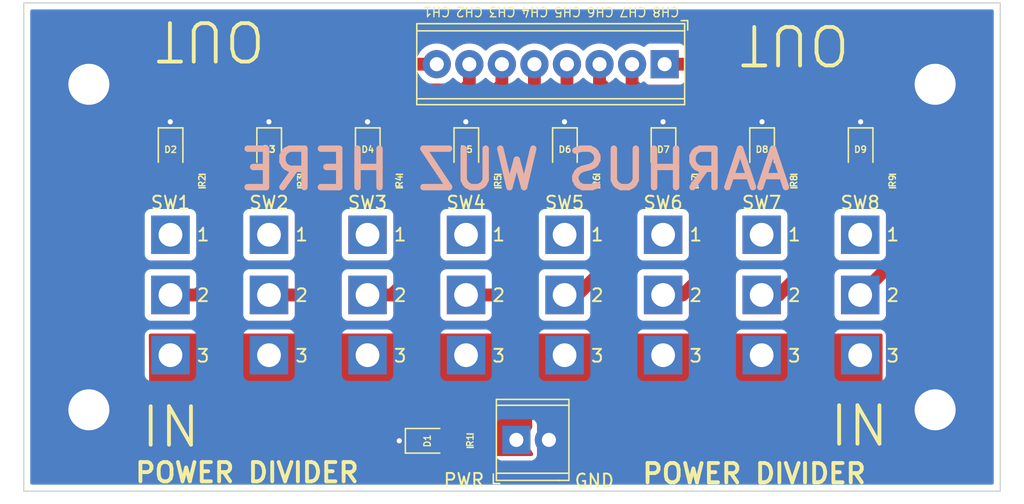
<source format=kicad_pcb>
(kicad_pcb (version 20211014) (generator pcbnew)
  (layers (0 "F.Cu" signal) (31 "B.Cu" power) (34 "B.Paste" user) (35 "F.Paste" user) (36 "B.SilkS" user "B.Silkscreen") (37 "F.SilkS" user "F.Silkscreen") (38 "B.Mask" user) (39 "F.Mask" user) (44 "Edge.Cuts" user))
  (net 0 "")
  (net 1 "OUT1")
  (net 2 "Net-(D1-Pad2)")
  (net 3 "OUT2")
  (net 4 "Net-(D3-Pad2)")
  (net 5 "OUT3")
  (net 6 "Net-(D5-Pad2)")
  (net 7 "OUT4")
  (net 8 "Net-(D2-Pad2)")
  (net 9 "POW IN")
  (net 10 "GND")
  (net 11 "Net-(D4-Pad2)")
  (net 12 "Net-(D6-Pad2)")
  (net 13 "Net-(D7-Pad2)")
  (net 14 "Net-(D8-Pad2)")
  (net 15 "Net-(D9-Pad2)")
  (net 16 "OUT8")
  (net 17 "OUT7")
  (net 18 "OUT6")
  (net 19 "OUT5")
  (footprint "E_Switch:100SP1T1B1M2QEH" (layer "F.Cu") (at 44.536342 43.49)
    (fp_text reference "SW2" (at 0 -2.5 unlocked) (layer "F.SilkS"))
    (fp_text value "SW_SPDT")
    (fp_text user "1" (at 2.55 0 unlocked) (layer "F.SilkS"))
    (fp_text user "2" (at 2.55 4.725 unlocked) (layer "F.SilkS"))
    (fp_text user "3" (at 2.55 9.45 unlocked) (layer "F.SilkS"))
    (pad "1" thru_hole rect (at 0 0) (size 3 3) (drill 1.85) (layers *.Cu *.Mask))
    (pad "2" thru_hole rect (at 0 4.7) (size 3 3) (drill 1.85) (layers *.Cu *.Mask) (net 3 "OUT2"))
    (pad "3" thru_hole rect (at 0 9.4) (size 3 3) (drill 1.85) (layers *.Cu *.Mask) (net 9 "POW IN"))
  )
  (footprint "E_Switch:100SP1T1B1M2QEH" (layer "F.Cu") (at 75.29211 43.49)
    (fp_text reference "SW6" (at 0 -2.5 unlocked) (layer "F.SilkS"))
    (fp_text value "SW_SPDT")
    (fp_text user "3" (at 2.55 9.45 unlocked) (layer "F.SilkS"))
    (fp_text user "1" (at 2.55 0 unlocked) (layer "F.SilkS"))
    (fp_text user "2" (at 2.55 4.725 unlocked) (layer "F.SilkS"))
    (pad "1" thru_hole rect (at 0 0) (size 3 3) (drill 1.85) (layers *.Cu *.Mask))
    (pad "2" thru_hole rect (at 0 4.7) (size 3 3) (drill 1.85) (layers *.Cu *.Mask) (net 18 "OUT6"))
    (pad "3" thru_hole rect (at 0 9.4) (size 3 3) (drill 1.85) (layers *.Cu *.Mask) (net 9 "POW IN"))
  )
  (footprint "LED_SMD:LED_0805_2012Metric" (layer "F.Cu") (at 59.935997 36.8362 -90)
    (fp_text reference "D5" (at 0 0) (layer "F.SilkS") (effects (font (size 0.5 0.5) (thickness 0.1))))
    (fp_text value "LED")
    (fp_line (start -1.685 -0.96) (end -1.685 0.96) (layer "F.SilkS") (width 0.12))
    (fp_line (start 1 -0.96) (end -1.685 -0.96) (layer "F.SilkS") (width 0.12))
    (fp_line (start -1.685 0.96) (end 1 0.96) (layer "F.SilkS") (width 0.12))
    (pad "1" smd roundrect (at -0.9375 0 270) (size 0.975 1.4) (layers "F.Cu" "F.Paste" "F.Mask") (net 10 "GND"))
    (pad "2" smd roundrect (at 0.9375 0 270) (size 0.975 1.4) (layers "F.Cu" "F.Paste" "F.Mask") (net 6 "Net-(D5-Pad2)"))
  )
  (footprint "Resistor_SMD:R_0603_1608Metric" (layer "F.Cu") (at 93.195484 39.3)
    (fp_text reference "R9" (at -0.0032 0 -90) (layer "F.SilkS") (effects (font (size 0.5 0.5) (thickness 0.1))))
    (fp_text value "8K")
    (fp_line (start -0.237258 -0.5225) (end 0.237258 -0.5225) (layer "F.SilkS") (width 0.12))
    (fp_line (start -0.237258 0.5225) (end 0.237258 0.5225) (layer "F.SilkS") (width 0.12))
    (pad "1" smd roundrect (at -0.825 0) (size 0.8 0.95) (layers "F.Cu" "F.Paste" "F.Mask") (net 15 "Net-(D9-Pad2)"))
    (pad "2" smd roundrect (at 0.825 0) (size 0.8 0.95) (layers "F.Cu" "F.Paste" "F.Mask") (net 16 "OUT8"))
  )
  (footprint "E_Switch:100SP1T1B1M2QEH" (layer "F.Cu") (at 52.225284 43.49)
    (fp_text reference "SW3" (at 0 -2.5 unlocked) (layer "F.SilkS"))
    (fp_text value "SW_SPDT")
    (fp_text user "3" (at 2.55 9.45 unlocked) (layer "F.SilkS"))
    (fp_text user "1" (at 2.55 0 unlocked) (layer "F.SilkS"))
    (fp_text user "2" (at 2.55 4.725 unlocked) (layer "F.SilkS"))
    (pad "1" thru_hole rect (at 0 0) (size 3 3) (drill 1.85) (layers *.Cu *.Mask))
    (pad "2" thru_hole rect (at 0 4.7) (size 3 3) (drill 1.85) (layers *.Cu *.Mask) (net 5 "OUT3"))
    (pad "3" thru_hole rect (at 0 9.4) (size 3 3) (drill 1.85) (layers *.Cu *.Mask) (net 9 "POW IN"))
  )
  (footprint "LED_SMD:LED_0805_2012Metric" (layer "F.Cu") (at 83.01371 36.8362 -90)
    (fp_text reference "D8" (at 0 0.0064) (layer "F.SilkS") (effects (font (size 0.5 0.5) (thickness 0.1))))
    (fp_text value "LED")
    (fp_line (start 1 -0.96) (end -1.685 -0.96) (layer "F.SilkS") (width 0.12))
    (fp_line (start -1.685 0.96) (end 1 0.96) (layer "F.SilkS") (width 0.12))
    (fp_line (start -1.685 -0.96) (end -1.685 0.96) (layer "F.SilkS") (width 0.12))
    (pad "1" smd roundrect (at -0.9375 0 270) (size 0.975 1.4) (layers "F.Cu" "F.Paste" "F.Mask") (net 10 "GND"))
    (pad "2" smd roundrect (at 0.9375 0 270) (size 0.975 1.4) (layers "F.Cu" "F.Paste" "F.Mask") (net 14 "Net-(D8-Pad2)"))
  )
  (footprint "E_Switch:100SP1T1B1M2QEH" (layer "F.Cu") (at 36.8474 43.49)
    (fp_text reference "SW1" (at 0 -2.5 unlocked) (layer "F.SilkS"))
    (fp_text value "SW_SPDT")
    (fp_text user "3" (at 2.55 9.45 unlocked) (layer "F.SilkS"))
    (fp_text user "1" (at 2.55 0 unlocked) (layer "F.SilkS"))
    (fp_text user "2" (at 2.55 4.725 unlocked) (layer "F.SilkS"))
    (pad "1" thru_hole rect (at 0 0) (size 3 3) (drill 1.85) (layers *.Cu *.Mask))
    (pad "2" thru_hole rect (at 0 4.7) (size 3 3) (drill 1.85) (layers *.Cu *.Mask) (net 1 "OUT1"))
    (pad "3" thru_hole rect (at 0 9.4) (size 3 3) (drill 1.85) (layers *.Cu *.Mask) (net 9 "POW IN"))
  )
  (footprint "Resistor_SMD:R_0603_1608Metric" (layer "F.Cu") (at 77.803084 39.3)
    (fp_text reference "R7" (at -0.0032 0.0046 -90) (layer "F.SilkS") (effects (font (size 0.5 0.5) (thickness 0.1))))
    (fp_text value "8K")
    (fp_line (start -0.237258 0.5225) (end 0.237258 0.5225) (layer "F.SilkS") (width 0.12))
    (fp_line (start -0.237258 -0.5225) (end 0.237258 -0.5225) (layer "F.SilkS") (width 0.12))
    (pad "1" smd roundrect (at -0.825 0) (size 0.8 0.95) (layers "F.Cu" "F.Paste" "F.Mask") (net 13 "Net-(D7-Pad2)"))
    (pad "2" smd roundrect (at 0.825 0) (size 0.8 0.95) (layers "F.Cu" "F.Paste" "F.Mask") (net 18 "OUT6"))
  )
  (footprint "Resistor_SMD:R_0603_1608Metric" (layer "F.Cu") (at 62.410684 39.3)
    (fp_text reference "R5" (at 0 -0.005 -90) (layer "F.SilkS") (effects (font (size 0.5 0.5) (thickness 0.1))))
    (fp_text value "8K")
    (fp_line (start -0.237258 0.5225) (end 0.237258 0.5225) (layer "F.SilkS") (width 0.12))
    (fp_line (start -0.237258 -0.5225) (end 0.237258 -0.5225) (layer "F.SilkS") (width 0.12))
    (pad "1" smd roundrect (at -0.825 0) (size 0.8 0.95) (layers "F.Cu" "F.Paste" "F.Mask") (net 6 "Net-(D5-Pad2)"))
    (pad "2" smd roundrect (at 0.825 0) (size 0.8 0.95) (layers "F.Cu" "F.Paste" "F.Mask") (net 7 "OUT4"))
  )
  (footprint "Resistor_SMD:R_0603_1608Metric" (layer "F.Cu") (at 47.018284 39.3)
    (fp_text reference "R3" (at 0.02 0.01 90) (layer "F.SilkS") (effects (font (size 0.5 0.5) (thickness 0.1))))
    (fp_text value "8K")
    (fp_line (start -0.237258 -0.5225) (end 0.237258 -0.5225) (layer "F.SilkS") (width 0.12))
    (fp_line (start -0.237258 0.5225) (end 0.237258 0.5225) (layer "F.SilkS") (width 0.12))
    (pad "1" smd roundrect (at -0.825 0) (size 0.8 0.95) (layers "F.Cu" "F.Paste" "F.Mask") (net 4 "Net-(D3-Pad2)"))
    (pad "2" smd roundrect (at 0.825 0) (size 0.8 0.95) (layers "F.Cu" "F.Paste" "F.Mask") (net 3 "OUT2"))
  )
  (footprint "LED_SMD:LED_0805_2012Metric" (layer "F.Cu") (at 44.550855 36.8362 -90)
    (fp_text reference "D3" (at -0.01 0.01) (layer "F.SilkS") (effects (font (size 0.5 0.5))))
    (fp_text value "LED")
    (fp_line (start -1.685 0.96) (end 1 0.96) (layer "F.SilkS") (width 0.12))
    (fp_line (start 1 -0.96) (end -1.685 -0.96) (layer "F.SilkS") (width 0.12))
    (fp_line (start -1.685 -0.96) (end -1.685 0.96) (layer "F.SilkS") (width 0.12))
    (pad "1" smd roundrect (at -0.9375 0 270) (size 0.975 1.4) (layers "F.Cu" "F.Paste" "F.Mask") (net 10 "GND"))
    (pad "2" smd roundrect (at 0.9375 0 270) (size 0.975 1.4) (layers "F.Cu" "F.Paste" "F.Mask") (net 4 "Net-(D3-Pad2)"))
  )
  (footprint "Resistor_SMD:R_0603_1608Metric" (layer "F.Cu") (at 54.714484 39.3)
    (fp_text reference "R4" (at -0.005 0.0254 90) (layer "F.SilkS") (effects (font (size 0.5 0.5) (thickness 0.1))))
    (fp_text value "8K")
    (fp_line (start -0.237258 0.5225) (end 0.237258 0.5225) (layer "F.SilkS") (width 0.12))
    (fp_line (start -0.237258 -0.5225) (end 0.237258 -0.5225) (layer "F.SilkS") (width 0.12))
    (pad "1" smd roundrect (at -0.825 0) (size 0.8 0.95) (layers "F.Cu" "F.Paste" "F.Mask") (net 11 "Net-(D4-Pad2)"))
    (pad "2" smd roundrect (at 0.825 0) (size 0.8 0.95) (layers "F.Cu" "F.Paste" "F.Mask") (net 5 "OUT3"))
  )
  (footprint "MountingHole:MountingHole_3.2mm_M3_Pad_TopBottom" (layer "F.Cu") (at 96.52 57.15)
    (fp_text reference "H4" hide)
    (fp_text value "MountingHole_Pad")
    (pad "1" connect circle (at 0 0) (size 6.4 6.4) (layers "B.Cu" "B.Mask") (net 10 "GND"))
    (pad "1" thru_hole circle (at 0 0) (size 3.6 3.6) (drill 3.2) (layers *.Cu *.Mask) (net 10 "GND"))
    (pad "1" connect circle (at 0 0) (size 6.4 6.4) (layers "F.Cu" "F.Mask") (net 10 "GND"))
  )
  (footprint "TerminalBlock_Phoenix:TerminalBlock_Phoenix_MPT-0,5-8-2.54_1x08_P2.54mm_Horizontal" (layer "F.Cu") (at 75.41 30.18 180)
    (fp_text reference "J2" hide)
    (fp_text value "POWER OUT")
    (fp_line (start 19.341 -3.16) (end 19.341 3.16) (layer "F.SilkS") (width 0.12))
    (fp_line (start -1.56 2.6) (end 19.341 2.6) (layer "F.SilkS") (width 0.12))
    (fp_line (start -1.8 3.4) (end -1.3 3.4) (layer "F.SilkS") (width 0.12))
    (fp_line (start -1.8 2.66) (end -1.8 3.4) (layer "F.SilkS") (width 0.12))
    (fp_line (start -1.56 -2.7) (end 19.341 -2.7) (layer "F.SilkS") (width 0.12))
    (fp_line (start -1.56 -3.16) (end -1.56 3.16) (layer "F.SilkS") (width 0.12))
    (fp_line (start -1.56 3.16) (end 19.341 3.16) (layer "F.SilkS") (width 0.12))
    (fp_line (start -1.56 -3.16) (end 19.341 -3.16) (layer "F.SilkS") (width 0.12))
    (pad "1" thru_hole rect (at 0 0 180) (size 2.2 2.2) (drill 1.1) (layers *.Cu *.Mask) (net 16 "OUT8"))
    (pad "2" thru_hole circle (at 2.54 0 180) (size 2.2 2.2) (drill 1.1) (layers *.Cu *.Mask) (net 17 "OUT7"))
    (pad "3" thru_hole circle (at 5.08 0 180) (size 2.2 2.2) (drill 1.1) (layers *.Cu *.Mask) (net 18 "OUT6"))
    (pad "4" thru_hole circle (at 7.62 0 180) (size 2.2 2.2) (drill 1.1) (layers *.Cu *.Mask) (net 19 "OUT5"))
    (pad "5" thru_hole circle (at 10.16 0 180) (size 2.2 2.2) (drill 1.1) (layers *.Cu *.Mask) (net 7 "OUT4"))
    (pad "6" thru_hole circle (at 12.7 0 180) (size 2.2 2.2) (drill 1.1) (layers *.Cu *.Mask) (net 5 "OUT3"))
    (pad "7" thru_hole circle (at 15.24 0 180) (size 2.2 2.2) (drill 1.1) (layers *.Cu *.Mask) (net 3 "OUT2"))
    (pad "8" thru_hole circle (at 17.78 0 180) (size 2.2 2.2) (drill 1.1) (layers *.Cu *.Mask) (net 1 "OUT1"))
  )
  (footprint "TerminalBlock_Phoenix:TerminalBlock_Phoenix_MPT-0,5-2-2.54_1x02_P2.54mm_Horizontal" (layer "F.Cu") (at 63.84 59.5)
    (fp_text reference "J1" hide)
    (fp_text value "POWER")
    (fp_line (start -1.8 2.66) (end -1.8 3.4) (layer "F.SilkS") (width 0.12))
    (fp_line (start -1.56 2.6) (end 3.38 2.6) (layer "F.SilkS") (width 0.12))
    (fp_line (start -1.8 3.4) (end -1.3 3.4) (layer "F.SilkS") (width 0.12))
    (fp_line (start -1.56 -2.7) (end 4.1 -2.7) (layer "F.SilkS") (width 0.12))
    (fp_line (start 3.33 3.16) (end 4.1 3.16) (layer "F.SilkS") (width 0.12))
    (fp_line (start -1.56 3.16) (end 3.4 3.16) (layer "F.SilkS") (width 0.12))
    (fp_line (start -1.56 -3.16) (end 4.1 -3.16) (layer "F.SilkS") (width 0.12))
    (fp_line (start 4.1 -3.16) (end 4.1 3.16) (layer "F.SilkS") (width 0.12))
    (fp_line (start 3.33 2.6) (end 4.1 2.6) (layer "F.SilkS") (width 0.12))
    (fp_line (start -1.56 -3.16) (end -1.56 3.16) (layer "F.SilkS") (width 0.12))
    (pad "1" thru_hole rect (at 0 0) (size 2.2 2.2) (drill 1.1) (layers *.Cu *.Mask) (net 9 "POW IN"))
    (pad "2" thru_hole circle (at 2.54 0) (size 2.2 2.2) (drill 1.1) (layers *.Cu *.Mask) (net 10 "GND"))
  )
  (footprint "Resistor_SMD:R_0603_1608Metric" (layer "F.Cu") (at 85.499284 39.3)
    (fp_text reference "R8" (at 0 0.008 -90) (layer "F.SilkS") (effects (font (size 0.5 0.5) (thickness 0.1))))
    (fp_text value "8K")
    (fp_line (start -0.237258 -0.5225) (end 0.237258 -0.5225) (layer "F.SilkS") (width 0.12))
    (fp_line (start -0.237258 0.5225) (end 0.237258 0.5225) (layer "F.SilkS") (width 0.12))
    (pad "1" smd roundrect (at -0.825 0) (size 0.8 0.95) (layers "F.Cu" "F.Paste" "F.Mask") (net 14 "Net-(D8-Pad2)"))
    (pad "2" smd roundrect (at 0.825 0) (size 0.8 0.95) (layers "F.Cu" "F.Paste" "F.Mask") (net 17 "OUT7"))
  )
  (footprint "Resistor_SMD:R_0603_1608Metric" (layer "F.Cu") (at 39.322084 39.3)
    (fp_text reference "R2" (at 0 0 90) (layer "F.SilkS") (effects (font (size 0.5 0.5) (thickness 0.1))))
    (fp_text value "8K")
    (fp_line (start -0.237258 0.5225) (end 0.237258 0.5225) (layer "F.SilkS") (width 0.12))
    (fp_line (start -0.237258 -0.5225) (end 0.237258 -0.5225) (layer "F.SilkS") (width 0.12))
    (pad "1" smd roundrect (at -0.825 0) (size 0.8 0.95) (layers "F.Cu" "F.Paste" "F.Mask") (net 8 "Net-(D2-Pad2)"))
    (pad "2" smd roundrect (at 0.825 0) (size 0.8 0.95) (layers "F.Cu" "F.Paste" "F.Mask") (net 1 "OUT1"))
  )
  (footprint "MountingHole:MountingHole_3.2mm_M3_Pad_TopBottom" (layer "F.Cu") (at 30.48 57.15)
    (fp_text reference "H2" hide)
    (fp_text value "MountingHole_Pad")
    (pad "1" connect circle (at 0 0) (size 6.4 6.4) (layers "F.Cu" "F.Mask") (net 10 "GND"))
    (pad "1" thru_hole circle (at 0 0) (size 3.6 3.6) (drill 3.2) (layers *.Cu *.Mask) (net 10 "GND"))
    (pad "1" connect circle (at 0 0) (size 6.4 6.4) (layers "B.Cu" "B.Mask") (net 10 "GND"))
  )
  (footprint "LED_SMD:LED_0805_2012Metric" (layer "F.Cu") (at 56.86375 59.570001)
    (fp_text reference "D1" (at 0.03 0.01 90) (layer "F.SilkS") (effects (font (size 0.5 0.5) (thickness 0.1))))
    (fp_text value "LED")
    (fp_line (start 1 -0.96) (end -1.685 -0.96) (layer "F.SilkS") (width 0.12))
    (fp_line (start -1.685 -0.96) (end -1.685 0.96) (layer "F.SilkS") (width 0.12))
    (fp_line (start -1.685 0.96) (end 1 0.96) (layer "F.SilkS") (width 0.12))
    (pad "1" smd roundrect (at -0.9375 0) (size 0.975 1.4) (layers "F.Cu" "F.Paste" "F.Mask") (net 10 "GND"))
    (pad "2" smd roundrect (at 0.9375 0) (size 0.975 1.4) (layers "F.Cu" "F.Paste" "F.Mask") (net 2 "Net-(D1-Pad2)"))
  )
  (footprint "LED_SMD:LED_0805_2012Metric" (layer "F.Cu") (at 75.321139 36.8362 -90)
    (fp_text reference "D7" (at 0.0058 0.0064) (layer "F.SilkS") (effects (font (size 0.5 0.5) (thickness 0.1))))
    (fp_text value "LED")
    (fp_line (start -1.685 -0.96) (end -1.685 0.96) (layer "F.SilkS") (width 0.12))
    (fp_line (start 1 -0.96) (end -1.685 -0.96) (layer "F.SilkS") (width 0.12))
    (fp_line (start -1.685 0.96) (end 1 0.96) (layer "F.SilkS") (width 0.12))
    (pad "1" smd roundrect (at -0.9375 0 270) (size 0.975 1.4) (layers "F.Cu" "F.Paste" "F.Mask") (net 10 "GND"))
    (pad "2" smd roundrect (at 0.9375 0 270) (size 0.975 1.4) (layers "F.Cu" "F.Paste" "F.Mask") (net 13 "Net-(D7-Pad2)"))
  )
  (footprint "E_Switch:100SP1T1B1M2QEH" (layer "F.Cu") (at 90.67 43.49)
    (fp_text reference "SW8" (at 0 -2.5 unlocked) (layer "F.SilkS"))
    (fp_text value "SW_SPDT")
    (fp_text user "2" (at 2.55 4.725 unlocked) (layer "F.SilkS"))
    (fp_text user "3" (at 2.55 9.45 unlocked) (layer "F.SilkS"))
    (fp_text user "1" (at 2.55 0 unlocked) (layer "F.SilkS"))
    (pad "1" thru_hole rect (at 0 0) (size 3 3) (drill 1.85) (layers *.Cu *.Mask))
    (pad "2" thru_hole rect (at 0 4.7) (size 3 3) (drill 1.85) (layers *.Cu *.Mask) (net 16 "OUT8"))
    (pad "3" thru_hole rect (at 0 9.4) (size 3 3) (drill 1.85) (layers *.Cu *.Mask) (net 9 "POW IN"))
  )
  (footprint "Resistor_SMD:R_0603_1608Metric" (layer "F.Cu") (at 70.106884 39.3)
    (fp_text reference "R6" (at 0 0 -90) (layer "F.SilkS") (effects (font (size 0.5 0.5) (thickness 0.1))))
    (fp_text value "8K")
    (fp_line (start -0.237258 0.5225) (end 0.237258 0.5225) (layer "F.SilkS") (width 0.12))
    (fp_line (start -0.237258 -0.5225) (end 0.237258 -0.5225) (layer "F.SilkS") (width 0.12))
    (pad "1" smd roundrect (at -0.825 0) (size 0.8 0.95) (layers "F.Cu" "F.Paste" "F.Mask") (net 12 "Net-(D6-Pad2)"))
    (pad "2" smd roundrect (at 0.825 0) (size 0.8 0.95) (layers "F.Cu" "F.Paste" "F.Mask") (net 19 "OUT5"))
  )
  (footprint "LED_SMD:LED_0805_2012Metric" (layer "F.Cu") (at 36.858284 36.8362 -90)
    (fp_text reference "D2" (at 0.007501 0) (layer "F.SilkS") (effects (font (size 0.5 0.5) (thickness 0.1))))
    (fp_text value "LED")
    (fp_line (start -1.685 0.96) (end 1 0.96) (layer "F.SilkS") (width 0.12))
    (fp_line (start 1 -0.96) (end -1.685 -0.96) (layer "F.SilkS") (width 0.12))
    (fp_line (start -1.685 -0.96) (end -1.685 0.96) (layer "F.SilkS") (width 0.12))
    (pad "1" smd roundrect (at -0.9375 0 270) (size 0.975 1.4) (layers "F.Cu" "F.Paste" "F.Mask") (net 10 "GND"))
    (pad "2" smd roundrect (at 0.9375 0 270) (size 0.975 1.4) (layers "F.Cu" "F.Paste" "F.Mask") (net 8 "Net-(D2-Pad2)"))
  )
  (footprint "Resistor_SMD:R_0603_1608Metric" (layer "F.Cu") (at 60.233749 59.56)
    (fp_text reference "R1" (at 0 0 90) (layer "F.SilkS") (effects (font (size 0.5 0.5) (thickness 0.1))))
    (fp_text value "8K")
    (fp_line (start -0.237258 0.5225) (end 0.237258 0.5225) (layer "F.SilkS") (width 0.12))
    (fp_line (start -0.237258 -0.5225) (end 0.237258 -0.5225) (layer "F.SilkS") (width 0.12))
    (pad "1" smd roundrect (at -0.825 0) (size 0.8 0.95) (layers "F.Cu" "F.Paste" "F.Mask") (net 2 "Net-(D1-Pad2)"))
    (pad "2" smd roundrect (at 0.825 0) (size 0.8 0.95) (layers "F.Cu" "F.Paste" "F.Mask") (net 9 "POW IN"))
  )
  (footprint "LED_SMD:LED_0805_2012Metric" (layer "F.Cu") (at 90.706284 36.8362 -90)
    (fp_text reference "D9" (at 0 0.0144) (layer "F.SilkS") (effects (font (size 0.5 0.5) (thickness 0.1))))
    (fp_text value "LED")
    (fp_line (start -1.685 -0.96) (end -1.685 0.96) (layer "F.SilkS") (width 0.12))
    (fp_line (start -1.685 0.96) (end 1 0.96) (layer "F.SilkS") (width 0.12))
    (fp_line (start 1 -0.96) (end -1.685 -0.96) (layer "F.SilkS") (width 0.12))
    (pad "1" smd roundrect (at -0.9375 0 270) (size 0.975 1.4) (layers "F.Cu" "F.Paste" "F.Mask") (net 10 "GND"))
    (pad "2" smd roundrect (at 0.9375 0 270) (size 0.975 1.4) (layers "F.Cu" "F.Paste" "F.Mask") (net 15 "Net-(D9-Pad2)"))
  )
  (footprint "MountingHole:MountingHole_3.2mm_M3_Pad_TopBottom" (layer "F.Cu") (at 96.52 31.75)
    (fp_text reference "H3" hide)
    (fp_text value "MountingHole_Pad")
    (pad "1" connect circle (at 0 0) (size 6.4 6.4) (layers "F.Cu" "F.Mask") (net 10 "GND"))
    (pad "1" connect circle (at 0 0) (size 6.4 6.4) (layers "B.Cu" "B.Mask") (net 10 "GND"))
    (pad "1" thru_hole circle (at 0 0) (size 3.6 3.6) (drill 3.2) (layers *.Cu *.Mask) (net 10 "GND"))
  )
  (footprint "E_Switch:100SP1T1B1M2QEH" (layer "F.Cu") (at 82.981052 43.49)
    (fp_text reference "SW7" (at 0 -2.5 unlocked) (layer "F.SilkS"))
    (fp_text value "SW_SPDT")
    (fp_text user "3" (at 2.55 9.45 unlocked) (layer "F.SilkS"))
    (fp_text user "1" (at 2.55 0 unlocked) (layer "F.SilkS"))
    (fp_text user "2" (at 2.55 4.725 unlocked) (layer "F.SilkS"))
    (pad "1" thru_hole rect (at 0 0) (size 3 3) (drill 1.85) (layers *.Cu *.Mask))
    (pad "2" thru_hole rect (at 0 4.7) (size 3 3) (drill 1.85) (layers *.Cu *.Mask) (net 17 "OUT7"))
    (pad "3" thru_hole rect (at 0 9.4) (size 3 3) (drill 1.85) (layers *.Cu *.Mask) (net 9 "POW IN"))
  )
  (footprint "E_Switch:100SP1T1B1M2QEH" (layer "F.Cu") (at 67.603168 43.49)
    (fp_text reference "SW5" (at 0 -2.5 unlocked) (layer "F.SilkS"))
    (fp_text value "SW_SPDT")
    (fp_text user "3" (at 2.55 9.45 unlocked) (layer "F.SilkS"))
    (fp_text user "1" (at 2.55 0 unlocked) (layer "F.SilkS"))
    (fp_text user "2" (at 2.55 4.725 unlocked) (layer "F.SilkS"))
    (pad "1" thru_hole rect (at 0 0) (size 3 3) (drill 1.85) (layers *.Cu *.Mask))
    (pad "2" thru_hole rect (at 0 4.7) (size 3 3) (drill 1.85) (layers *.Cu *.Mask) (net 19 "OUT5"))
    (pad "3" thru_hole rect (at 0 9.4) (size 3 3) (drill 1.85) (layers *.Cu *.Mask) (net 9 "POW IN"))
  )
  (footprint "LED_SMD:LED_0805_2012Metric" (layer "F.Cu") (at 52.243426 36.8362 -90)
    (fp_text reference "D4" (at 0 0) (layer "F.SilkS") (effects (font (size 0.5 0.5) (thickness 0.1))))
    (fp_text value "LED")
    (fp_line (start 1 -0.96) (end -1.685 -0.96) (layer "F.SilkS") (width 0.12))
    (fp_line (start -1.685 0.96) (end 1 0.96) (layer "F.SilkS") (width 0.12))
    (fp_line (start -1.685 -0.96) (end -1.685 0.96) (layer "F.SilkS") (width 0.12))
    (pad "1" smd roundrect (at -0.9375 0 270) (size 0.975 1.4) (layers "F.Cu" "F.Paste" "F.Mask") (net 10 "GND"))
    (pad "2" smd roundrect (at 0.9375 0 270) (size 0.975 1.4) (layers "F.Cu" "F.Paste" "F.Mask") (net 11 "Net-(D4-Pad2)"))
  )
  (footprint "E_Switch:100SP1T1B1M2QEH" (layer "F.Cu") (at 59.914226 43.49)
    (fp_text reference "SW4" (at 0 -2.5 unlocked) (layer "F.SilkS"))
    (fp_text value "SW_SPDT")
    (fp_text user "3" (at 2.55 9.45 unlocked) (layer "F.SilkS"))
    (fp_text user "2" (at 2.55 4.725 unlocked) (layer "F.SilkS"))
    (fp_text user "1" (at 2.55 0 unlocked) (layer "F.SilkS"))
    (pad "1" thru_hole rect (at 0 0) (size 3 3) (drill 1.85) (layers *.Cu *.Mask))
    (pad "2" thru_hole rect (at 0 4.7) (size 3 3) (drill 1.85) (layers *.Cu *.Mask) (net 7 "OUT4"))
    (pad "3" thru_hole rect (at 0 9.4) (size 3 3) (drill 1.85) (layers *.Cu *.Mask) (net 9 "POW IN"))
  )
  (footprint "LED_SMD:LED_0805_2012Metric" (layer "F.Cu") (at 67.628568 36.8362 -90)
    (fp_text reference "D6" (at 0 0) (layer "F.SilkS") (effects (font (size 0.5 0.5) (thickness 0.1))))
    (fp_text value "LED")
    (fp_line (start 1 -0.96) (end -1.685 -0.96) (layer "F.SilkS") (width 0.12))
    (fp_line (start -1.685 -0.96) (end -1.685 0.96) (layer "F.SilkS") (width 0.12))
    (fp_line (start -1.685 0.96) (end 1 0.96) (layer "F.SilkS") (width 0.12))
    (pad "1" smd roundrect (at -0.9375 0 270) (size 0.975 1.4) (layers "F.Cu" "F.Paste" "F.Mask") (net 10 "GND"))
    (pad "2" smd roundrect (at 0.9375 0 270) (size 0.975 1.4) (layers "F.Cu" "F.Paste" "F.Mask") (net 12 "Net-(D6-Pad2)"))
  )
  (footprint "MountingHole:MountingHole_3.2mm_M3_Pad_TopBottom" (layer "F.Cu") (at 30.48 31.75)
    (fp_text reference "H1" hide)
    (fp_text value "MountingHole_Pad")
    (pad "1" connect circle (at 0 0) (size 6.4 6.4) (layers "B.Cu" "B.Mask") (net 10 "GND"))
    (pad "1" thru_hole circle (at 0 0) (size 3.6 3.6) (drill 3.2) (layers *.Cu *.Mask) (net 10 "GND"))
    (pad "1" connect circle (at 0 0) (size 6.4 6.4) (layers "F.Cu" "F.Mask") (net 10 "GND"))
  )
  (gr_rect (start 25.4 25.4) (end 101.6 63.5) (layer "Edge.Cuts") (width 0.1) (fill none))
  (gr_text "AARHUS WUZ HERE" (at 63.731484 38.411) (layer "B.SilkS") (effects (font (size 3 3) (thickness 0.5)) (justify mirror)))
  (gr_text "CH1" (at 57.621429 26.075 180) (layer "F.SilkS") (effects (font (size 0.75 0.7) (thickness 0.1))))
  (gr_text "CH3" (at 62.728571 26.075 180) (layer "F.SilkS") (effects (font (size 0.75 0.7) (thickness 0.1))))
  (gr_text "POWER DIVIDER" (at 82.4 62.125) (layer "F.SilkS") (effects (font (size 1.5 1.5) (thickness 0.3))))
  (gr_text "POWER DIVIDER" (at 42.825 62.05) (layer "F.SilkS") (effects (font (size 1.5 1.5) (thickness 0.3))))
  (gr_text "CH4" (at 65.282142 26.075 180) (layer "F.SilkS") (effects (font (size 0.75 0.7) (thickness 0.1))))
  (gr_text "CH2" (at 60.175 26.075 180) (layer "F.SilkS") (effects (font (size 0.75 0.7) (thickness 0.1))))
  (gr_text "PWR" (at 59.75 62.625) (layer "F.SilkS") (effects (font (size 1 1))))
  (gr_text "GND" (at 69.925 62.675) (layer "F.SilkS") (effects (font (size 1 1))))
  (gr_text "OUT" (at 85.55 28.65 180) (layer "F.SilkS") (effects (font (size 3 3) (thickness 0.3))))
  (gr_text "IN" (at 90.6 58.425) (layer "F.SilkS") (effects (font (size 3 3) (thickness 0.3))))
  (gr_text "CH5" (at 67.835713 26.075 180) (layer "F.SilkS") (effects (font (size 0.75 0.7) (thickness 0.1))))
  (gr_text "IN" (at 36.875 58.5) (layer "F.SilkS") (effects (font (size 3 3) (thickness 0.3))))
  (gr_text "CH7" (at 72.942855 26.075 180) (layer "F.SilkS") (effects (font (size 0.75 0.7) (thickness 0.1))))
  (gr_text "CH8" (at 75.496429 26.075 180) (layer "F.SilkS") (effects (font (size 0.75 0.7) (thickness 0.1))))
  (gr_text "OUT" (at 39.95 28.35 180) (layer "F.SilkS") (effects (font (size 3 3) (thickness 0.3))))
  (gr_text "CH6" (at 70.389284 26.075 180) (layer "F.SilkS") (effects (font (size 0.75 0.7) (thickness 0.1))))
  (segment (start 40.147084 33.542916) (end 40.147084 39.3) (width 1) (layer "F.Cu") (net 1))
  (segment (start 57.63 30.18) (end 43.51 30.18) (width 1) (layer "F.Cu") (net 1))
  (segment (start 38.941084 48.19) (end 40.147084 46.984) (width 1) (layer "F.Cu") (net 1))
  (segment (start 43.51 30.18) (end 40.147084 33.542916) (width 1) (layer "F.Cu") (net 1))
  (segment (start 36.8474 48.19) (end 38.941084 48.19) (width 1) (layer "F.Cu") (net 1))
  (segment (start 40.147084 46.984) (end 40.147084 39.3) (width 1) (layer "F.Cu") (net 1))
  (segment (start 57.811251 59.56) (end 57.80125 59.570001) (width 0.5) (layer "F.Cu") (net 2))
  (segment (start 59.408749 59.56) (end 57.811251 59.56) (width 0.5) (layer "F.Cu") (net 2))
  (segment (start 59.715634 32.19) (end 51.24 32.19) (width 1) (layer "F.Cu") (net 3))
  (segment (start 47.843284 35.586716) (end 47.843284 39.3) (width 1) (layer "F.Cu") (net 3))
  (segment (start 51.24 32.19) (end 47.843284 35.586716) (width 1) (layer "F.Cu") (net 3))
  (segment (start 60.17 31.735634) (end 59.715634 32.19) (width 1) (layer "F.Cu") (net 3))
  (segment (start 47.843284 47.3904) (end 47.843284 39.3) (width 1) (layer "F.Cu") (net 3))
  (segment (start 60.17 30.18) (end 60.17 31.735634) (width 1) (layer "F.Cu") (net 3))
  (segment (start 44.536342 48.19) (end 47.043684 48.19) (width 1) (layer "F.Cu") (net 3))
  (segment (start 47.043684 48.19) (end 47.843284 47.3904) (width 1) (layer "F.Cu") (net 3))
  (segment (start 44.550855 38.762971) (end 45.087884 39.3) (width 0.5) (layer "F.Cu") (net 4))
  (segment (start 44.550855 37.7737) (end 44.550855 38.762971) (width 0.5) (layer "F.Cu") (net 4))
  (segment (start 45.087884 39.3) (end 46.193284 39.3) (width 0.5) (layer "F.Cu") (net 4))
  (segment (start 62.71 30.18) (end 62.71 31.75) (width 1) (layer "F.Cu") (net 5))
  (segment (start 57.72 33.41) (end 55.539484 35.590516) (width 1) (layer "F.Cu") (net 5))
  (segment (start 55.539484 39.3) (end 55.539484 46.7554) (width 1) (layer "F.Cu") (net 5))
  (segment (start 62.71 31.75) (end 61.05 33.41) (width 1) (layer "F.Cu") (net 5))
  (segment (start 54.104884 48.19) (end 52.225284 48.19) (width 1) (layer "F.Cu") (net 5))
  (segment (start 61.05 33.41) (end 57.72 33.41) (width 1) (layer "F.Cu") (net 5))
  (segment (start 55.539484 46.7554) (end 54.104884 48.19) (width 1) (layer "F.Cu") (net 5))
  (segment (start 55.539484 35.590516) (end 55.539484 39.3) (width 1) (layer "F.Cu") (net 5))
  (segment (start 59.935997 37.7737) (end 59.935997 38.933513) (width 0.5) (layer "F.Cu") (net 6))
  (segment (start 60.302484 39.3) (end 61.585684 39.3) (width 0.5) (layer "F.Cu") (net 6))
  (segment (start 59.935997 38.933513) (end 60.302484 39.3) (width 0.5) (layer "F.Cu") (net 6))
  (segment (start 65.25 34.36) (end 63.235684 36.374316) (width 1) (layer "F.Cu") (net 7))
  (segment (start 63.235684 39.3) (end 63.235684 47.0856) (width 1) (layer "F.Cu") (net 7))
  (segment (start 62.131284 48.19) (end 59.914226 48.19) (width 1) (layer "F.Cu") (net 7))
  (segment (start 63.235684 36.374316) (end 63.235684 39.3) (width 1) (layer "F.Cu") (net 7))
  (segment (start 63.235684 47.0856) (end 62.131284 48.19) (width 1) (layer "F.Cu") (net 7))
  (segment (start 65.25 30.18) (end 65.25 34.36) (width 1) (layer "F.Cu") (net 7))
  (segment (start 36.858284 37.7737) (end 36.858284 39.0206) (width 0.5) (layer "F.Cu") (net 8))
  (segment (start 37.137684 39.3) (end 38.497084 39.3) (width 0.5) (layer "F.Cu") (net 8))
  (segment (start 36.858284 39.0206) (end 37.137684 39.3) (width 0.5) (layer "F.Cu") (net 8))
  (segment (start 75.321139 34.709855) (end 75.321139 35.8987) (width 0.5) (layer "F.Cu") (net 10))
  (segment (start 59.935997 34.717113) (end 59.935997 35.8987) (width 0.5) (layer "F.Cu") (net 10))
  (segment (start 67.592284 34.6772) (end 67.628568 34.713484) (width 0.5) (layer "F.Cu") (net 10))
  (segment (start 52.243426 34.695342) (end 52.243426 35.8987) (width 0.5) (layer "F.Cu") (net 10))
  (segment (start 36.858284 34.7026) (end 36.858284 35.8987) (width 0.5) (layer "F.Cu") (net 10))
  (segment (start 90.706284 34.6772) (end 90.706284 35.8987) (width 0.5) (layer "F.Cu") (net 10))
  (segment (start 36.832884 34.6772) (end 36.858284 34.7026) (width 0.5) (layer "F.Cu") (net 10))
  (segment (start 83.01371 34.680826) (end 83.01371 35.8987) (width 0.5) (layer "F.Cu") (net 10))
  (segment (start 83.010084 34.6772) (end 83.01371 34.680826) (width 0.5) (layer "F.Cu") (net 10))
  (segment (start 44.529084 34.6772) (end 44.550855 34.698971) (width 0.5) (layer "F.Cu") (net 10))
  (segment (start 55.92625 59.570001) (end 54.701252 59.57) (width 0.5) (layer "F.Cu") (net 10))
  (segment (start 44.550855 34.698971) (end 44.550855 35.8987) (width 0.5) (layer "F.Cu") (net 10))
  (segment (start 52.225284 34.6772) (end 52.243426 34.695342) (width 0.5) (layer "F.Cu") (net 10))
  (segment (start 75.288484 34.6772) (end 75.321139 34.709855) (width 0.5) (layer "F.Cu") (net 10))
  (segment (start 67.628568 34.713484) (end 67.628568 35.8987) (width 0.5) (layer "F.Cu") (net 10))
  (segment (start 59.896084 34.6772) (end 59.935997 34.717113) (width 0.5) (layer "F.Cu") (net 10))
  (via (at 44.529084 34.6772) (size 0.8) (drill 0.4) (layers "F.Cu" "B.Cu") (net 10))
  (via (at 54.701252 59.57) (size 0.8) (drill 0.4) (layers "F.Cu" "B.Cu") (net 10))
  (via (at 75.288484 34.6772) (size 0.8) (drill 0.4) (layers "F.Cu" "B.Cu") (net 10))
  (via (at 52.225284 34.6772) (size 0.8) (drill 0.4) (layers "F.Cu" "B.Cu") (net 10))
  (via (at 83.010084 34.6772) (size 0.8) (drill 0.4) (layers "F.Cu" "B.Cu") (net 10))
  (via (at 59.896084 34.6772) (size 0.8) (drill 0.4) (layers "F.Cu" "B.Cu") (net 10))
  (via (at 67.592284 34.6772) (size 0.8) (drill 0.4) (layers "F.Cu" "B.Cu") (net 10))
  (via (at 36.832884 34.6772) (size 0.8) (drill 0.4) (layers "F.Cu" "B.Cu") (net 10))
  (via (at 90.706284 34.6772) (size 0.8) (drill 0.4) (layers "F.Cu" "B.Cu") (net 10))
  (segment (start 52.243426 38.810142) (end 52.733284 39.3) (width 0.5) (layer "F.Cu") (net 11))
  (segment (start 52.733284 39.3) (end 53.889484 39.3) (width 0.5) (layer "F.Cu") (net 11))
  (segment (start 52.243426 37.7737) (end 52.243426 38.810142) (width 0.5) (layer "F.Cu") (net 11))
  (segment (start 67.628568 38.675884) (end 68.252684 39.3) (width 0.5) (layer "F.Cu") (net 12))
  (segment (start 68.252684 39.3) (end 69.281884 39.3) (width 0.5) (layer "F.Cu") (net 12))
  (segment (start 67.628568 37.7737) (end 67.628568 38.675884) (width 0.5) (layer "F.Cu") (net 12))
  (segment (start 75.321139 38.545255) (end 76.075884 39.3) (width 0.5) (layer "F.Cu") (net 13))
  (segment (start 75.321139 37.7737) (end 75.321139 38.545255) (width 0.5) (layer "F.Cu") (net 13))
  (segment (start 76.075884 39.3) (end 76.978084 39.3) (width 0.5) (layer "F.Cu") (net 13))
  (segment (start 83.441884 39.3) (end 84.674284 39.3) (width 0.5) (layer "F.Cu") (net 14))
  (segment (start 83.010084 38.8682) (end 83.441884 39.3) (width 0.5) (layer "F.Cu") (net 14))
  (segment (start 83.01371 37.7737) (end 83.01371 38.864574) (width 0.5) (layer "F.Cu") (net 14))
  (segment (start 83.01371 38.864574) (end 83.010084 38.8682) (width 0.5) (layer "F.Cu") (net 14))
  (segment (start 91.138084 39.3) (end 92.370484 39.3) (width 0.5) (layer "F.Cu") (net 15))
  (segment (start 90.706284 38.8682) (end 91.138084 39.3) (width 0.5) (layer "F.Cu") (net 15))
  (segment (start 90.706284 37.7737) (end 90.706284 38.8682) (width 0.5) (layer "F.Cu") (net 15))
  (segment (start 94.020484 44.839516) (end 90.67 48.19) (width 1) (layer "F.Cu") (net 16))
  (segment (start 75.41 30.18) (end 88.56 30.18) (width 1) (layer "F.Cu") (net 16))
  (segment (start 94.020484 35.640484) (end 94.020484 39.3) (width 1) (layer "F.Cu") (net 16))
  (segment (start 88.56 30.18) (end 94.020484 35.640484) (width 1) (layer "F.Cu") (net 16))
  (segment (start 94.020484 39.3) (end 94.020484 44.839516) (width 1) (layer "F.Cu") (net 16))
  (segment (start 84.330884 48.19) (end 82.981052 48.19) (width 1) (layer "F.Cu") (net 17))
  (segment (start 72.87 30.18) (end 72.87 31.735634) (width 1) (layer "F.Cu") (net 17))
  (segment (start 84.32 32.28) (end 86.324284 34.284284) (width 1) (layer "F.Cu") (net 17))
  (segment (start 86.324284 39.3) (end 86.324284 46.1966) (width 1) (layer "F.Cu") (net 17))
  (segment (start 73.414366 32.28) (end 84.32 32.28) (width 1) (layer "F.Cu") (net 17))
  (segment (start 72.87 31.735634) (end 73.414366 32.28) (width 1) (layer "F.Cu") (net 17))
  (segment (start 86.324284 46.1966) (end 84.330884 48.19) (width 1) (layer "F.Cu") (net 17))
  (segment (start 86.324284 34.284284) (end 86.324284 39.3) (width 1) (layer "F.Cu") (net 17))
  (segment (start 75.8172 33.5772) (end 78.628084 36.388084) (width 1) (layer "F.Cu") (net 18))
  (segment (start 78.628084 36.388084) (end 78.628084 39.3) (width 1) (layer "F.Cu") (net 18))
  (segment (start 78.628084 46.3744) (end 76.812484 48.19) (width 1) (layer "F.Cu") (net 18))
  (segment (start 70.33 30.18) (end 70.33 31.63) (width 1) (layer "F.Cu") (net 18))
  (segment (start 72.29 33.59) (end 72.3028 33.5772) (width 1) (layer "F.Cu") (net 18))
  (segment (start 72.3028 33.5772) (end 75.8172 33.5772) (width 1) (layer "F.Cu") (net 18))
  (segment (start 76.812484 48.19) (end 75.29211 48.19) (width 1) (layer "F.Cu") (net 18))
  (segment (start 70.33 31.63) (end 72.29 33.59) (width 1) (layer "F.Cu") (net 18))
  (segment (start 78.628084 39.3) (end 78.628084 46.3744) (width 1) (layer "F.Cu") (net 18))
  (segment (start 68.608284 48.19) (end 67.603168 48.19) (width 1) (layer "F.Cu") (net 19))
  (segment (start 67.79 32.01) (end 70.931884 35.151884) (width 1) (layer "F.Cu") (net 19))
  (segment (start 67.79 30.18) (end 67.79 32.01) (width 1) (layer "F.Cu") (net 19))
  (segment (start 70.931884 45.8664) (end 68.608284 48.19) (width 1) (layer "F.Cu") (net 19))
  (segment (start 70.931884 35.151884) (end 70.931884 39.3) (width 1) (layer "F.Cu") (net 19))
  (segment (start 70.931884 39.3) (end 70.931884 45.8664) (width 1) (layer "F.Cu") (net 19))
  (zone (net 9) (net_name "POW IN") (layer "F.Cu") (connect_pads yes (clearance 0.508)) (min_thickness 0.254) (fill yes (thermal_gap 0.508) (thermal_bridge_width 0.508))
    (polygon (pts (xy 92.416804 55.977248) (xy 67.556804 55.957248) (xy 65.07 57.97) (xy 65.14792 60.759333) (xy 60.60792 60.759333) (xy 60.66 58.36) (xy 57.400604 56.025836) (xy 35.188524 56.035169) (xy 35.15792 51.199333) (xy 92.41792 51.199333)))
  )
  (zone (net 10) (net_name "GND") (layer "B.Cu") (connect_pads yes (clearance 0.508)) (min_thickness 0.254) (fill yes (thermal_gap 0.508) (thermal_bridge_width 0.508))
    (polygon (pts (xy 101.614393 63.569959) (xy 25.445965 63.414612) (xy 25.44 25.41) (xy 101.518428 25.585347)))
  )
)
</source>
